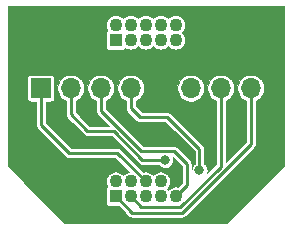
<source format=gbr>
%TF.GenerationSoftware,KiCad,Pcbnew,(5.1.8)-1*%
%TF.CreationDate,2021-09-16T00:57:33-04:00*%
%TF.ProjectId,Camera,43616d65-7261-42e6-9b69-6361645f7063,rev?*%
%TF.SameCoordinates,Original*%
%TF.FileFunction,Copper,L2,Bot*%
%TF.FilePolarity,Positive*%
%FSLAX46Y46*%
G04 Gerber Fmt 4.6, Leading zero omitted, Abs format (unit mm)*
G04 Created by KiCad (PCBNEW (5.1.8)-1) date 2021-09-16 00:57:33*
%MOMM*%
%LPD*%
G01*
G04 APERTURE LIST*
%TA.AperFunction,ComponentPad*%
%ADD10C,1.100000*%
%TD*%
%TA.AperFunction,ComponentPad*%
%ADD11R,1.100000X1.100000*%
%TD*%
%TA.AperFunction,ComponentPad*%
%ADD12O,1.700000X1.700000*%
%TD*%
%TA.AperFunction,ComponentPad*%
%ADD13R,1.700000X1.700000*%
%TD*%
%TA.AperFunction,ViaPad*%
%ADD14C,0.800000*%
%TD*%
%TA.AperFunction,Conductor*%
%ADD15C,0.250000*%
%TD*%
%TA.AperFunction,Conductor*%
%ADD16C,0.076200*%
%TD*%
%TA.AperFunction,Conductor*%
%ADD17C,0.100000*%
%TD*%
G04 APERTURE END LIST*
D10*
%TO.P,J2,10*%
%TO.N,N/C*%
X154540000Y-81915000D03*
%TO.P,J2,9*%
X154540000Y-83185000D03*
%TO.P,J2,8*%
X153270000Y-81915000D03*
%TO.P,J2,7*%
X153270000Y-83185000D03*
%TO.P,J2,6*%
X152000000Y-81915000D03*
%TO.P,J2,5*%
X152000000Y-83185000D03*
%TO.P,J2,4*%
X150730000Y-81915000D03*
%TO.P,J2,3*%
X150730000Y-83185000D03*
%TO.P,J2,2*%
X149460000Y-81915000D03*
D11*
%TO.P,J2,1*%
X149460000Y-83185000D03*
%TD*%
D10*
%TO.P,J1,10*%
%TO.N,GND*%
X154540000Y-95164920D03*
%TO.P,J1,9*%
%TO.N,/MISO*%
X154540000Y-96434920D03*
%TO.P,J1,8*%
%TO.N,N/C*%
X153270000Y-95164920D03*
%TO.P,J1,7*%
%TO.N,/MOSI*%
X153270000Y-96434920D03*
%TO.P,J1,6*%
%TO.N,/CS*%
X152000000Y-95164920D03*
%TO.P,J1,5*%
%TO.N,/SCK*%
X152000000Y-96434920D03*
%TO.P,J1,4*%
%TO.N,N/C*%
X150730000Y-95164920D03*
%TO.P,J1,3*%
%TO.N,/SDA*%
X150730000Y-96434920D03*
%TO.P,J1,2*%
%TO.N,+3V3*%
X149460000Y-95164920D03*
D11*
%TO.P,J1,1*%
%TO.N,/SCL*%
X149460000Y-96434920D03*
%TD*%
D12*
%TO.P,U1,8*%
%TO.N,/SCL*%
X160905000Y-87260000D03*
%TO.P,U1,7*%
%TO.N,/SDA*%
X158365000Y-87260000D03*
%TO.P,U1,6*%
%TO.N,+3V3*%
X155825000Y-87260000D03*
%TO.P,U1,5*%
%TO.N,GND*%
X153285000Y-87260000D03*
%TO.P,U1,4*%
%TO.N,/SCK*%
X150745000Y-87260000D03*
%TO.P,U1,3*%
%TO.N,/MISO*%
X148205000Y-87260000D03*
%TO.P,U1,2*%
%TO.N,/MOSI*%
X145665000Y-87260000D03*
D13*
%TO.P,U1,1*%
%TO.N,/CS*%
X143125000Y-87260000D03*
%TD*%
D14*
%TO.N,GND*%
X144240000Y-95150000D03*
%TO.N,/MOSI*%
X153660000Y-93335000D03*
%TO.N,/SCK*%
X156570010Y-94240010D03*
%TD*%
D15*
%TO.N,/MISO*%
X154540000Y-96434920D02*
X155480000Y-95494920D01*
X155480000Y-95494920D02*
X155480000Y-93660000D01*
X155480000Y-93660000D02*
X154430000Y-92610000D01*
X154430000Y-92610000D02*
X151640000Y-92610000D01*
X148205000Y-89175000D02*
X151640000Y-92610000D01*
X148205000Y-87260000D02*
X148205000Y-89175000D01*
%TO.N,/MOSI*%
X145665000Y-87260000D02*
X145665000Y-89495000D01*
X147080000Y-90910000D02*
X149303590Y-90910000D01*
X145665000Y-89495000D02*
X147080000Y-90910000D01*
X151728590Y-93335000D02*
X153660000Y-93335000D01*
X149303590Y-90910000D02*
X151728590Y-93335000D01*
%TO.N,/CS*%
X152000000Y-95164920D02*
X149595080Y-92760000D01*
X149595080Y-92760000D02*
X145520000Y-92760000D01*
X143125000Y-90365000D02*
X143125000Y-87260000D01*
X145520000Y-92760000D02*
X143125000Y-90365000D01*
%TO.N,/SCK*%
X150745000Y-87260000D02*
X150745000Y-88955000D01*
X150745000Y-88955000D02*
X151530000Y-89740000D01*
X151530000Y-89740000D02*
X153860000Y-89740000D01*
X156570010Y-92450010D02*
X156570010Y-94240010D01*
X153860000Y-89740000D02*
X156570010Y-92450010D01*
%TO.N,/SDA*%
X150730000Y-96434920D02*
X151655080Y-97360000D01*
X158365000Y-93904922D02*
X158365000Y-87260000D01*
X154909922Y-97360000D02*
X158365000Y-93904922D01*
X151655080Y-97360000D02*
X154909922Y-97360000D01*
%TO.N,/SCL*%
X149460000Y-96434920D02*
X150835090Y-97810010D01*
X155096323Y-97810009D02*
X160905000Y-92001332D01*
X160905000Y-92001332D02*
X160905000Y-87260000D01*
X150835090Y-97810010D02*
X155096323Y-97810009D01*
%TD*%
D16*
%TO.N,GND*%
X163682901Y-93868652D02*
X158868654Y-98682900D01*
X145131347Y-98682900D01*
X140317100Y-93868654D01*
X140317100Y-86410000D01*
X141981487Y-86410000D01*
X141981487Y-88110000D01*
X141987127Y-88167262D01*
X142003829Y-88222323D01*
X142030953Y-88273067D01*
X142067455Y-88317545D01*
X142111933Y-88354047D01*
X142162677Y-88381171D01*
X142217738Y-88397873D01*
X142275000Y-88403513D01*
X142707901Y-88403513D01*
X142707900Y-90344520D01*
X142705883Y-90365000D01*
X142707900Y-90385480D01*
X142707900Y-90385489D01*
X142713935Y-90446765D01*
X142729761Y-90498936D01*
X142737785Y-90525389D01*
X142776516Y-90597849D01*
X142778756Y-90600578D01*
X142828639Y-90661361D01*
X142844560Y-90674427D01*
X145210577Y-93040445D01*
X145223639Y-93056361D01*
X145287151Y-93108484D01*
X145359610Y-93147215D01*
X145438234Y-93171065D01*
X145499510Y-93177100D01*
X145499519Y-93177100D01*
X145519999Y-93179117D01*
X145540479Y-93177100D01*
X149422313Y-93177100D01*
X150581144Y-94335931D01*
X150484368Y-94355181D01*
X150331116Y-94418660D01*
X150193192Y-94510818D01*
X150095000Y-94609010D01*
X149996808Y-94510818D01*
X149858884Y-94418660D01*
X149705632Y-94355181D01*
X149542940Y-94322820D01*
X149377060Y-94322820D01*
X149214368Y-94355181D01*
X149061116Y-94418660D01*
X148923192Y-94510818D01*
X148805898Y-94628112D01*
X148713740Y-94766036D01*
X148650261Y-94919288D01*
X148617900Y-95081980D01*
X148617900Y-95247860D01*
X148650261Y-95410552D01*
X148713740Y-95563804D01*
X148760419Y-95633664D01*
X148746933Y-95640873D01*
X148702455Y-95677375D01*
X148665953Y-95721853D01*
X148638829Y-95772597D01*
X148622127Y-95827658D01*
X148616487Y-95884920D01*
X148616487Y-96984920D01*
X148622127Y-97042182D01*
X148638829Y-97097243D01*
X148665953Y-97147987D01*
X148702455Y-97192465D01*
X148746933Y-97228967D01*
X148797677Y-97256091D01*
X148852738Y-97272793D01*
X148910000Y-97278433D01*
X149713646Y-97278433D01*
X150525673Y-98090461D01*
X150538730Y-98106371D01*
X150554640Y-98119428D01*
X150554644Y-98119432D01*
X150602240Y-98158494D01*
X150674700Y-98197225D01*
X150708934Y-98207609D01*
X150753325Y-98221075D01*
X150814601Y-98227110D01*
X150814610Y-98227110D01*
X150835090Y-98229127D01*
X150855570Y-98227110D01*
X155075833Y-98227108D01*
X155096323Y-98229126D01*
X155178089Y-98221073D01*
X155256712Y-98197224D01*
X155329172Y-98158493D01*
X155376768Y-98119431D01*
X155392684Y-98106369D01*
X155405746Y-98090453D01*
X161185452Y-92310749D01*
X161201361Y-92297693D01*
X161214418Y-92281783D01*
X161214423Y-92281778D01*
X161253484Y-92234182D01*
X161292215Y-92161722D01*
X161294664Y-92153649D01*
X161316065Y-92083098D01*
X161322100Y-92021822D01*
X161322100Y-92021812D01*
X161324117Y-92001332D01*
X161322100Y-91980852D01*
X161322100Y-88323432D01*
X161445987Y-88272116D01*
X161633046Y-88147127D01*
X161792127Y-87988046D01*
X161917116Y-87800987D01*
X162003210Y-87593138D01*
X162047100Y-87372487D01*
X162047100Y-87147513D01*
X162003210Y-86926862D01*
X161917116Y-86719013D01*
X161792127Y-86531954D01*
X161633046Y-86372873D01*
X161445987Y-86247884D01*
X161238138Y-86161790D01*
X161017487Y-86117900D01*
X160792513Y-86117900D01*
X160571862Y-86161790D01*
X160364013Y-86247884D01*
X160176954Y-86372873D01*
X160017873Y-86531954D01*
X159892884Y-86719013D01*
X159806790Y-86926862D01*
X159762900Y-87147513D01*
X159762900Y-87372487D01*
X159806790Y-87593138D01*
X159892884Y-87800987D01*
X160017873Y-87988046D01*
X160176954Y-88147127D01*
X160364013Y-88272116D01*
X160487901Y-88323432D01*
X160487900Y-91828563D01*
X158782100Y-93534364D01*
X158782100Y-88323432D01*
X158905987Y-88272116D01*
X159093046Y-88147127D01*
X159252127Y-87988046D01*
X159377116Y-87800987D01*
X159463210Y-87593138D01*
X159507100Y-87372487D01*
X159507100Y-87147513D01*
X159463210Y-86926862D01*
X159377116Y-86719013D01*
X159252127Y-86531954D01*
X159093046Y-86372873D01*
X158905987Y-86247884D01*
X158698138Y-86161790D01*
X158477487Y-86117900D01*
X158252513Y-86117900D01*
X158031862Y-86161790D01*
X157824013Y-86247884D01*
X157636954Y-86372873D01*
X157477873Y-86531954D01*
X157352884Y-86719013D01*
X157266790Y-86926862D01*
X157222900Y-87147513D01*
X157222900Y-87372487D01*
X157266790Y-87593138D01*
X157352884Y-87800987D01*
X157477873Y-87988046D01*
X157636954Y-88147127D01*
X157824013Y-88272116D01*
X157947901Y-88323432D01*
X157947900Y-93732154D01*
X157233637Y-94446417D01*
X157235513Y-94441888D01*
X157262110Y-94308176D01*
X157262110Y-94171844D01*
X157235513Y-94038132D01*
X157183341Y-93912178D01*
X157107599Y-93798822D01*
X157011198Y-93702421D01*
X156987110Y-93686326D01*
X156987110Y-92470490D01*
X156989127Y-92450010D01*
X156987110Y-92429530D01*
X156987110Y-92429520D01*
X156981075Y-92368244D01*
X156957225Y-92289620D01*
X156942203Y-92261516D01*
X156918494Y-92217160D01*
X156879432Y-92169564D01*
X156866371Y-92153649D01*
X156850456Y-92140588D01*
X154169427Y-89459560D01*
X154156361Y-89443639D01*
X154092849Y-89391516D01*
X154020390Y-89352785D01*
X153941766Y-89328935D01*
X153880490Y-89322900D01*
X153880480Y-89322900D01*
X153860000Y-89320883D01*
X153839520Y-89322900D01*
X151702769Y-89322900D01*
X151162100Y-88782233D01*
X151162100Y-88323432D01*
X151285987Y-88272116D01*
X151473046Y-88147127D01*
X151632127Y-87988046D01*
X151757116Y-87800987D01*
X151843210Y-87593138D01*
X151887100Y-87372487D01*
X151887100Y-87147513D01*
X154682900Y-87147513D01*
X154682900Y-87372487D01*
X154726790Y-87593138D01*
X154812884Y-87800987D01*
X154937873Y-87988046D01*
X155096954Y-88147127D01*
X155284013Y-88272116D01*
X155491862Y-88358210D01*
X155712513Y-88402100D01*
X155937487Y-88402100D01*
X156158138Y-88358210D01*
X156365987Y-88272116D01*
X156553046Y-88147127D01*
X156712127Y-87988046D01*
X156837116Y-87800987D01*
X156923210Y-87593138D01*
X156967100Y-87372487D01*
X156967100Y-87147513D01*
X156923210Y-86926862D01*
X156837116Y-86719013D01*
X156712127Y-86531954D01*
X156553046Y-86372873D01*
X156365987Y-86247884D01*
X156158138Y-86161790D01*
X155937487Y-86117900D01*
X155712513Y-86117900D01*
X155491862Y-86161790D01*
X155284013Y-86247884D01*
X155096954Y-86372873D01*
X154937873Y-86531954D01*
X154812884Y-86719013D01*
X154726790Y-86926862D01*
X154682900Y-87147513D01*
X151887100Y-87147513D01*
X151843210Y-86926862D01*
X151757116Y-86719013D01*
X151632127Y-86531954D01*
X151473046Y-86372873D01*
X151285987Y-86247884D01*
X151078138Y-86161790D01*
X150857487Y-86117900D01*
X150632513Y-86117900D01*
X150411862Y-86161790D01*
X150204013Y-86247884D01*
X150016954Y-86372873D01*
X149857873Y-86531954D01*
X149732884Y-86719013D01*
X149646790Y-86926862D01*
X149602900Y-87147513D01*
X149602900Y-87372487D01*
X149646790Y-87593138D01*
X149732884Y-87800987D01*
X149857873Y-87988046D01*
X150016954Y-88147127D01*
X150204013Y-88272116D01*
X150327901Y-88323432D01*
X150327901Y-88934511D01*
X150325883Y-88955000D01*
X150333936Y-89036766D01*
X150357785Y-89115389D01*
X150396516Y-89187849D01*
X150435578Y-89235445D01*
X150448640Y-89251361D01*
X150464555Y-89264422D01*
X151220582Y-90020451D01*
X151233639Y-90036361D01*
X151249549Y-90049418D01*
X151249554Y-90049423D01*
X151297150Y-90088484D01*
X151369610Y-90127215D01*
X151448234Y-90151065D01*
X151509510Y-90157100D01*
X151509520Y-90157100D01*
X151530000Y-90159117D01*
X151550480Y-90157100D01*
X153687233Y-90157100D01*
X156152910Y-92622778D01*
X156152911Y-93686325D01*
X156128822Y-93702421D01*
X156032421Y-93798822D01*
X155956679Y-93912178D01*
X155904507Y-94038132D01*
X155897100Y-94075369D01*
X155897100Y-93680479D01*
X155899117Y-93659999D01*
X155897100Y-93639519D01*
X155897100Y-93639510D01*
X155891065Y-93578234D01*
X155867215Y-93499610D01*
X155828484Y-93427151D01*
X155776361Y-93363639D01*
X155760445Y-93350577D01*
X154739427Y-92329560D01*
X154726361Y-92313639D01*
X154662849Y-92261516D01*
X154590390Y-92222785D01*
X154511766Y-92198935D01*
X154450490Y-92192900D01*
X154450480Y-92192900D01*
X154430000Y-92190883D01*
X154409520Y-92192900D01*
X151812769Y-92192900D01*
X148622100Y-89002233D01*
X148622100Y-88323432D01*
X148745987Y-88272116D01*
X148933046Y-88147127D01*
X149092127Y-87988046D01*
X149217116Y-87800987D01*
X149303210Y-87593138D01*
X149347100Y-87372487D01*
X149347100Y-87147513D01*
X149303210Y-86926862D01*
X149217116Y-86719013D01*
X149092127Y-86531954D01*
X148933046Y-86372873D01*
X148745987Y-86247884D01*
X148538138Y-86161790D01*
X148317487Y-86117900D01*
X148092513Y-86117900D01*
X147871862Y-86161790D01*
X147664013Y-86247884D01*
X147476954Y-86372873D01*
X147317873Y-86531954D01*
X147192884Y-86719013D01*
X147106790Y-86926862D01*
X147062900Y-87147513D01*
X147062900Y-87372487D01*
X147106790Y-87593138D01*
X147192884Y-87800987D01*
X147317873Y-87988046D01*
X147476954Y-88147127D01*
X147664013Y-88272116D01*
X147787901Y-88323432D01*
X147787901Y-89154510D01*
X147785883Y-89175000D01*
X147793936Y-89256766D01*
X147817785Y-89335389D01*
X147856516Y-89407849D01*
X147875170Y-89430578D01*
X147908640Y-89471361D01*
X147924556Y-89484423D01*
X148933032Y-90492900D01*
X147252768Y-90492900D01*
X146082100Y-89322233D01*
X146082100Y-88323432D01*
X146205987Y-88272116D01*
X146393046Y-88147127D01*
X146552127Y-87988046D01*
X146677116Y-87800987D01*
X146763210Y-87593138D01*
X146807100Y-87372487D01*
X146807100Y-87147513D01*
X146763210Y-86926862D01*
X146677116Y-86719013D01*
X146552127Y-86531954D01*
X146393046Y-86372873D01*
X146205987Y-86247884D01*
X145998138Y-86161790D01*
X145777487Y-86117900D01*
X145552513Y-86117900D01*
X145331862Y-86161790D01*
X145124013Y-86247884D01*
X144936954Y-86372873D01*
X144777873Y-86531954D01*
X144652884Y-86719013D01*
X144566790Y-86926862D01*
X144522900Y-87147513D01*
X144522900Y-87372487D01*
X144566790Y-87593138D01*
X144652884Y-87800987D01*
X144777873Y-87988046D01*
X144936954Y-88147127D01*
X145124013Y-88272116D01*
X145247900Y-88323432D01*
X145247901Y-89474510D01*
X145245883Y-89495000D01*
X145253936Y-89576766D01*
X145277785Y-89655389D01*
X145316516Y-89727849D01*
X145355578Y-89775445D01*
X145368640Y-89791361D01*
X145384556Y-89804423D01*
X146770577Y-91190445D01*
X146783639Y-91206361D01*
X146799554Y-91219422D01*
X146847150Y-91258484D01*
X146919610Y-91297215D01*
X146998234Y-91321065D01*
X147059510Y-91327100D01*
X147059519Y-91327100D01*
X147079999Y-91329117D01*
X147100479Y-91327100D01*
X149130823Y-91327100D01*
X151419167Y-93615445D01*
X151432229Y-93631361D01*
X151448144Y-93644422D01*
X151495740Y-93683484D01*
X151537155Y-93705621D01*
X151568200Y-93722215D01*
X151646824Y-93746065D01*
X151708100Y-93752100D01*
X151708110Y-93752100D01*
X151728590Y-93754117D01*
X151749070Y-93752100D01*
X153106316Y-93752100D01*
X153122411Y-93776188D01*
X153218812Y-93872589D01*
X153332168Y-93948331D01*
X153458122Y-94000503D01*
X153591834Y-94027100D01*
X153728166Y-94027100D01*
X153861878Y-94000503D01*
X153987832Y-93948331D01*
X154101188Y-93872589D01*
X154197589Y-93776188D01*
X154273331Y-93662832D01*
X154325503Y-93536878D01*
X154352100Y-93403166D01*
X154352100Y-93266834D01*
X154325503Y-93133122D01*
X154298808Y-93068675D01*
X155062901Y-93832769D01*
X155062900Y-95322151D01*
X154764145Y-95620907D01*
X154622940Y-95592820D01*
X154457060Y-95592820D01*
X154294368Y-95625181D01*
X154141116Y-95688660D01*
X154003192Y-95780818D01*
X153905000Y-95879010D01*
X153825910Y-95799920D01*
X153924102Y-95701728D01*
X154016260Y-95563804D01*
X154079739Y-95410552D01*
X154112100Y-95247860D01*
X154112100Y-95081980D01*
X154079739Y-94919288D01*
X154016260Y-94766036D01*
X153924102Y-94628112D01*
X153806808Y-94510818D01*
X153668884Y-94418660D01*
X153515632Y-94355181D01*
X153352940Y-94322820D01*
X153187060Y-94322820D01*
X153024368Y-94355181D01*
X152871116Y-94418660D01*
X152733192Y-94510818D01*
X152635000Y-94609010D01*
X152536808Y-94510818D01*
X152398884Y-94418660D01*
X152245632Y-94355181D01*
X152082940Y-94322820D01*
X151917060Y-94322820D01*
X151775855Y-94350907D01*
X149904507Y-92479560D01*
X149891441Y-92463639D01*
X149827929Y-92411516D01*
X149755470Y-92372785D01*
X149676846Y-92348935D01*
X149615570Y-92342900D01*
X149615560Y-92342900D01*
X149595080Y-92340883D01*
X149574600Y-92342900D01*
X145692768Y-92342900D01*
X143542100Y-90192233D01*
X143542100Y-88403513D01*
X143975000Y-88403513D01*
X144032262Y-88397873D01*
X144087323Y-88381171D01*
X144138067Y-88354047D01*
X144182545Y-88317545D01*
X144219047Y-88273067D01*
X144246171Y-88222323D01*
X144262873Y-88167262D01*
X144268513Y-88110000D01*
X144268513Y-86410000D01*
X144262873Y-86352738D01*
X144246171Y-86297677D01*
X144219047Y-86246933D01*
X144182545Y-86202455D01*
X144138067Y-86165953D01*
X144087323Y-86138829D01*
X144032262Y-86122127D01*
X143975000Y-86116487D01*
X142275000Y-86116487D01*
X142217738Y-86122127D01*
X142162677Y-86138829D01*
X142111933Y-86165953D01*
X142067455Y-86202455D01*
X142030953Y-86246933D01*
X142003829Y-86297677D01*
X141987127Y-86352738D01*
X141981487Y-86410000D01*
X140317100Y-86410000D01*
X140317100Y-82635000D01*
X148616487Y-82635000D01*
X148616487Y-83735000D01*
X148622127Y-83792262D01*
X148638829Y-83847323D01*
X148665953Y-83898067D01*
X148702455Y-83942545D01*
X148746933Y-83979047D01*
X148797677Y-84006171D01*
X148852738Y-84022873D01*
X148910000Y-84028513D01*
X150010000Y-84028513D01*
X150067262Y-84022873D01*
X150122323Y-84006171D01*
X150173067Y-83979047D01*
X150217545Y-83942545D01*
X150254047Y-83898067D01*
X150261256Y-83884581D01*
X150331116Y-83931260D01*
X150484368Y-83994739D01*
X150647060Y-84027100D01*
X150812940Y-84027100D01*
X150975632Y-83994739D01*
X151128884Y-83931260D01*
X151266808Y-83839102D01*
X151365000Y-83740910D01*
X151463192Y-83839102D01*
X151601116Y-83931260D01*
X151754368Y-83994739D01*
X151917060Y-84027100D01*
X152082940Y-84027100D01*
X152245632Y-83994739D01*
X152398884Y-83931260D01*
X152536808Y-83839102D01*
X152635000Y-83740910D01*
X152733192Y-83839102D01*
X152871116Y-83931260D01*
X153024368Y-83994739D01*
X153187060Y-84027100D01*
X153352940Y-84027100D01*
X153515632Y-83994739D01*
X153668884Y-83931260D01*
X153806808Y-83839102D01*
X153905000Y-83740910D01*
X154003192Y-83839102D01*
X154141116Y-83931260D01*
X154294368Y-83994739D01*
X154457060Y-84027100D01*
X154622940Y-84027100D01*
X154785632Y-83994739D01*
X154938884Y-83931260D01*
X155076808Y-83839102D01*
X155194102Y-83721808D01*
X155286260Y-83583884D01*
X155349739Y-83430632D01*
X155382100Y-83267940D01*
X155382100Y-83102060D01*
X155349739Y-82939368D01*
X155286260Y-82786116D01*
X155194102Y-82648192D01*
X155095910Y-82550000D01*
X155194102Y-82451808D01*
X155286260Y-82313884D01*
X155349739Y-82160632D01*
X155382100Y-81997940D01*
X155382100Y-81832060D01*
X155349739Y-81669368D01*
X155286260Y-81516116D01*
X155194102Y-81378192D01*
X155076808Y-81260898D01*
X154938884Y-81168740D01*
X154785632Y-81105261D01*
X154622940Y-81072900D01*
X154457060Y-81072900D01*
X154294368Y-81105261D01*
X154141116Y-81168740D01*
X154003192Y-81260898D01*
X153905000Y-81359090D01*
X153806808Y-81260898D01*
X153668884Y-81168740D01*
X153515632Y-81105261D01*
X153352940Y-81072900D01*
X153187060Y-81072900D01*
X153024368Y-81105261D01*
X152871116Y-81168740D01*
X152733192Y-81260898D01*
X152635000Y-81359090D01*
X152536808Y-81260898D01*
X152398884Y-81168740D01*
X152245632Y-81105261D01*
X152082940Y-81072900D01*
X151917060Y-81072900D01*
X151754368Y-81105261D01*
X151601116Y-81168740D01*
X151463192Y-81260898D01*
X151365000Y-81359090D01*
X151266808Y-81260898D01*
X151128884Y-81168740D01*
X150975632Y-81105261D01*
X150812940Y-81072900D01*
X150647060Y-81072900D01*
X150484368Y-81105261D01*
X150331116Y-81168740D01*
X150193192Y-81260898D01*
X150095000Y-81359090D01*
X149996808Y-81260898D01*
X149858884Y-81168740D01*
X149705632Y-81105261D01*
X149542940Y-81072900D01*
X149377060Y-81072900D01*
X149214368Y-81105261D01*
X149061116Y-81168740D01*
X148923192Y-81260898D01*
X148805898Y-81378192D01*
X148713740Y-81516116D01*
X148650261Y-81669368D01*
X148617900Y-81832060D01*
X148617900Y-81997940D01*
X148650261Y-82160632D01*
X148713740Y-82313884D01*
X148760419Y-82383744D01*
X148746933Y-82390953D01*
X148702455Y-82427455D01*
X148665953Y-82471933D01*
X148638829Y-82522677D01*
X148622127Y-82577738D01*
X148616487Y-82635000D01*
X140317100Y-82635000D01*
X140317100Y-80317100D01*
X163682900Y-80317100D01*
X163682901Y-93868652D01*
%TA.AperFunction,Conductor*%
D17*
G36*
X163682901Y-93868652D02*
G01*
X158868654Y-98682900D01*
X145131347Y-98682900D01*
X140317100Y-93868654D01*
X140317100Y-86410000D01*
X141981487Y-86410000D01*
X141981487Y-88110000D01*
X141987127Y-88167262D01*
X142003829Y-88222323D01*
X142030953Y-88273067D01*
X142067455Y-88317545D01*
X142111933Y-88354047D01*
X142162677Y-88381171D01*
X142217738Y-88397873D01*
X142275000Y-88403513D01*
X142707901Y-88403513D01*
X142707900Y-90344520D01*
X142705883Y-90365000D01*
X142707900Y-90385480D01*
X142707900Y-90385489D01*
X142713935Y-90446765D01*
X142729761Y-90498936D01*
X142737785Y-90525389D01*
X142776516Y-90597849D01*
X142778756Y-90600578D01*
X142828639Y-90661361D01*
X142844560Y-90674427D01*
X145210577Y-93040445D01*
X145223639Y-93056361D01*
X145287151Y-93108484D01*
X145359610Y-93147215D01*
X145438234Y-93171065D01*
X145499510Y-93177100D01*
X145499519Y-93177100D01*
X145519999Y-93179117D01*
X145540479Y-93177100D01*
X149422313Y-93177100D01*
X150581144Y-94335931D01*
X150484368Y-94355181D01*
X150331116Y-94418660D01*
X150193192Y-94510818D01*
X150095000Y-94609010D01*
X149996808Y-94510818D01*
X149858884Y-94418660D01*
X149705632Y-94355181D01*
X149542940Y-94322820D01*
X149377060Y-94322820D01*
X149214368Y-94355181D01*
X149061116Y-94418660D01*
X148923192Y-94510818D01*
X148805898Y-94628112D01*
X148713740Y-94766036D01*
X148650261Y-94919288D01*
X148617900Y-95081980D01*
X148617900Y-95247860D01*
X148650261Y-95410552D01*
X148713740Y-95563804D01*
X148760419Y-95633664D01*
X148746933Y-95640873D01*
X148702455Y-95677375D01*
X148665953Y-95721853D01*
X148638829Y-95772597D01*
X148622127Y-95827658D01*
X148616487Y-95884920D01*
X148616487Y-96984920D01*
X148622127Y-97042182D01*
X148638829Y-97097243D01*
X148665953Y-97147987D01*
X148702455Y-97192465D01*
X148746933Y-97228967D01*
X148797677Y-97256091D01*
X148852738Y-97272793D01*
X148910000Y-97278433D01*
X149713646Y-97278433D01*
X150525673Y-98090461D01*
X150538730Y-98106371D01*
X150554640Y-98119428D01*
X150554644Y-98119432D01*
X150602240Y-98158494D01*
X150674700Y-98197225D01*
X150708934Y-98207609D01*
X150753325Y-98221075D01*
X150814601Y-98227110D01*
X150814610Y-98227110D01*
X150835090Y-98229127D01*
X150855570Y-98227110D01*
X155075833Y-98227108D01*
X155096323Y-98229126D01*
X155178089Y-98221073D01*
X155256712Y-98197224D01*
X155329172Y-98158493D01*
X155376768Y-98119431D01*
X155392684Y-98106369D01*
X155405746Y-98090453D01*
X161185452Y-92310749D01*
X161201361Y-92297693D01*
X161214418Y-92281783D01*
X161214423Y-92281778D01*
X161253484Y-92234182D01*
X161292215Y-92161722D01*
X161294664Y-92153649D01*
X161316065Y-92083098D01*
X161322100Y-92021822D01*
X161322100Y-92021812D01*
X161324117Y-92001332D01*
X161322100Y-91980852D01*
X161322100Y-88323432D01*
X161445987Y-88272116D01*
X161633046Y-88147127D01*
X161792127Y-87988046D01*
X161917116Y-87800987D01*
X162003210Y-87593138D01*
X162047100Y-87372487D01*
X162047100Y-87147513D01*
X162003210Y-86926862D01*
X161917116Y-86719013D01*
X161792127Y-86531954D01*
X161633046Y-86372873D01*
X161445987Y-86247884D01*
X161238138Y-86161790D01*
X161017487Y-86117900D01*
X160792513Y-86117900D01*
X160571862Y-86161790D01*
X160364013Y-86247884D01*
X160176954Y-86372873D01*
X160017873Y-86531954D01*
X159892884Y-86719013D01*
X159806790Y-86926862D01*
X159762900Y-87147513D01*
X159762900Y-87372487D01*
X159806790Y-87593138D01*
X159892884Y-87800987D01*
X160017873Y-87988046D01*
X160176954Y-88147127D01*
X160364013Y-88272116D01*
X160487901Y-88323432D01*
X160487900Y-91828563D01*
X158782100Y-93534364D01*
X158782100Y-88323432D01*
X158905987Y-88272116D01*
X159093046Y-88147127D01*
X159252127Y-87988046D01*
X159377116Y-87800987D01*
X159463210Y-87593138D01*
X159507100Y-87372487D01*
X159507100Y-87147513D01*
X159463210Y-86926862D01*
X159377116Y-86719013D01*
X159252127Y-86531954D01*
X159093046Y-86372873D01*
X158905987Y-86247884D01*
X158698138Y-86161790D01*
X158477487Y-86117900D01*
X158252513Y-86117900D01*
X158031862Y-86161790D01*
X157824013Y-86247884D01*
X157636954Y-86372873D01*
X157477873Y-86531954D01*
X157352884Y-86719013D01*
X157266790Y-86926862D01*
X157222900Y-87147513D01*
X157222900Y-87372487D01*
X157266790Y-87593138D01*
X157352884Y-87800987D01*
X157477873Y-87988046D01*
X157636954Y-88147127D01*
X157824013Y-88272116D01*
X157947901Y-88323432D01*
X157947900Y-93732154D01*
X157233637Y-94446417D01*
X157235513Y-94441888D01*
X157262110Y-94308176D01*
X157262110Y-94171844D01*
X157235513Y-94038132D01*
X157183341Y-93912178D01*
X157107599Y-93798822D01*
X157011198Y-93702421D01*
X156987110Y-93686326D01*
X156987110Y-92470490D01*
X156989127Y-92450010D01*
X156987110Y-92429530D01*
X156987110Y-92429520D01*
X156981075Y-92368244D01*
X156957225Y-92289620D01*
X156942203Y-92261516D01*
X156918494Y-92217160D01*
X156879432Y-92169564D01*
X156866371Y-92153649D01*
X156850456Y-92140588D01*
X154169427Y-89459560D01*
X154156361Y-89443639D01*
X154092849Y-89391516D01*
X154020390Y-89352785D01*
X153941766Y-89328935D01*
X153880490Y-89322900D01*
X153880480Y-89322900D01*
X153860000Y-89320883D01*
X153839520Y-89322900D01*
X151702769Y-89322900D01*
X151162100Y-88782233D01*
X151162100Y-88323432D01*
X151285987Y-88272116D01*
X151473046Y-88147127D01*
X151632127Y-87988046D01*
X151757116Y-87800987D01*
X151843210Y-87593138D01*
X151887100Y-87372487D01*
X151887100Y-87147513D01*
X154682900Y-87147513D01*
X154682900Y-87372487D01*
X154726790Y-87593138D01*
X154812884Y-87800987D01*
X154937873Y-87988046D01*
X155096954Y-88147127D01*
X155284013Y-88272116D01*
X155491862Y-88358210D01*
X155712513Y-88402100D01*
X155937487Y-88402100D01*
X156158138Y-88358210D01*
X156365987Y-88272116D01*
X156553046Y-88147127D01*
X156712127Y-87988046D01*
X156837116Y-87800987D01*
X156923210Y-87593138D01*
X156967100Y-87372487D01*
X156967100Y-87147513D01*
X156923210Y-86926862D01*
X156837116Y-86719013D01*
X156712127Y-86531954D01*
X156553046Y-86372873D01*
X156365987Y-86247884D01*
X156158138Y-86161790D01*
X155937487Y-86117900D01*
X155712513Y-86117900D01*
X155491862Y-86161790D01*
X155284013Y-86247884D01*
X155096954Y-86372873D01*
X154937873Y-86531954D01*
X154812884Y-86719013D01*
X154726790Y-86926862D01*
X154682900Y-87147513D01*
X151887100Y-87147513D01*
X151843210Y-86926862D01*
X151757116Y-86719013D01*
X151632127Y-86531954D01*
X151473046Y-86372873D01*
X151285987Y-86247884D01*
X151078138Y-86161790D01*
X150857487Y-86117900D01*
X150632513Y-86117900D01*
X150411862Y-86161790D01*
X150204013Y-86247884D01*
X150016954Y-86372873D01*
X149857873Y-86531954D01*
X149732884Y-86719013D01*
X149646790Y-86926862D01*
X149602900Y-87147513D01*
X149602900Y-87372487D01*
X149646790Y-87593138D01*
X149732884Y-87800987D01*
X149857873Y-87988046D01*
X150016954Y-88147127D01*
X150204013Y-88272116D01*
X150327901Y-88323432D01*
X150327901Y-88934511D01*
X150325883Y-88955000D01*
X150333936Y-89036766D01*
X150357785Y-89115389D01*
X150396516Y-89187849D01*
X150435578Y-89235445D01*
X150448640Y-89251361D01*
X150464555Y-89264422D01*
X151220582Y-90020451D01*
X151233639Y-90036361D01*
X151249549Y-90049418D01*
X151249554Y-90049423D01*
X151297150Y-90088484D01*
X151369610Y-90127215D01*
X151448234Y-90151065D01*
X151509510Y-90157100D01*
X151509520Y-90157100D01*
X151530000Y-90159117D01*
X151550480Y-90157100D01*
X153687233Y-90157100D01*
X156152910Y-92622778D01*
X156152911Y-93686325D01*
X156128822Y-93702421D01*
X156032421Y-93798822D01*
X155956679Y-93912178D01*
X155904507Y-94038132D01*
X155897100Y-94075369D01*
X155897100Y-93680479D01*
X155899117Y-93659999D01*
X155897100Y-93639519D01*
X155897100Y-93639510D01*
X155891065Y-93578234D01*
X155867215Y-93499610D01*
X155828484Y-93427151D01*
X155776361Y-93363639D01*
X155760445Y-93350577D01*
X154739427Y-92329560D01*
X154726361Y-92313639D01*
X154662849Y-92261516D01*
X154590390Y-92222785D01*
X154511766Y-92198935D01*
X154450490Y-92192900D01*
X154450480Y-92192900D01*
X154430000Y-92190883D01*
X154409520Y-92192900D01*
X151812769Y-92192900D01*
X148622100Y-89002233D01*
X148622100Y-88323432D01*
X148745987Y-88272116D01*
X148933046Y-88147127D01*
X149092127Y-87988046D01*
X149217116Y-87800987D01*
X149303210Y-87593138D01*
X149347100Y-87372487D01*
X149347100Y-87147513D01*
X149303210Y-86926862D01*
X149217116Y-86719013D01*
X149092127Y-86531954D01*
X148933046Y-86372873D01*
X148745987Y-86247884D01*
X148538138Y-86161790D01*
X148317487Y-86117900D01*
X148092513Y-86117900D01*
X147871862Y-86161790D01*
X147664013Y-86247884D01*
X147476954Y-86372873D01*
X147317873Y-86531954D01*
X147192884Y-86719013D01*
X147106790Y-86926862D01*
X147062900Y-87147513D01*
X147062900Y-87372487D01*
X147106790Y-87593138D01*
X147192884Y-87800987D01*
X147317873Y-87988046D01*
X147476954Y-88147127D01*
X147664013Y-88272116D01*
X147787901Y-88323432D01*
X147787901Y-89154510D01*
X147785883Y-89175000D01*
X147793936Y-89256766D01*
X147817785Y-89335389D01*
X147856516Y-89407849D01*
X147875170Y-89430578D01*
X147908640Y-89471361D01*
X147924556Y-89484423D01*
X148933032Y-90492900D01*
X147252768Y-90492900D01*
X146082100Y-89322233D01*
X146082100Y-88323432D01*
X146205987Y-88272116D01*
X146393046Y-88147127D01*
X146552127Y-87988046D01*
X146677116Y-87800987D01*
X146763210Y-87593138D01*
X146807100Y-87372487D01*
X146807100Y-87147513D01*
X146763210Y-86926862D01*
X146677116Y-86719013D01*
X146552127Y-86531954D01*
X146393046Y-86372873D01*
X146205987Y-86247884D01*
X145998138Y-86161790D01*
X145777487Y-86117900D01*
X145552513Y-86117900D01*
X145331862Y-86161790D01*
X145124013Y-86247884D01*
X144936954Y-86372873D01*
X144777873Y-86531954D01*
X144652884Y-86719013D01*
X144566790Y-86926862D01*
X144522900Y-87147513D01*
X144522900Y-87372487D01*
X144566790Y-87593138D01*
X144652884Y-87800987D01*
X144777873Y-87988046D01*
X144936954Y-88147127D01*
X145124013Y-88272116D01*
X145247900Y-88323432D01*
X145247901Y-89474510D01*
X145245883Y-89495000D01*
X145253936Y-89576766D01*
X145277785Y-89655389D01*
X145316516Y-89727849D01*
X145355578Y-89775445D01*
X145368640Y-89791361D01*
X145384556Y-89804423D01*
X146770577Y-91190445D01*
X146783639Y-91206361D01*
X146799554Y-91219422D01*
X146847150Y-91258484D01*
X146919610Y-91297215D01*
X146998234Y-91321065D01*
X147059510Y-91327100D01*
X147059519Y-91327100D01*
X147079999Y-91329117D01*
X147100479Y-91327100D01*
X149130823Y-91327100D01*
X151419167Y-93615445D01*
X151432229Y-93631361D01*
X151448144Y-93644422D01*
X151495740Y-93683484D01*
X151537155Y-93705621D01*
X151568200Y-93722215D01*
X151646824Y-93746065D01*
X151708100Y-93752100D01*
X151708110Y-93752100D01*
X151728590Y-93754117D01*
X151749070Y-93752100D01*
X153106316Y-93752100D01*
X153122411Y-93776188D01*
X153218812Y-93872589D01*
X153332168Y-93948331D01*
X153458122Y-94000503D01*
X153591834Y-94027100D01*
X153728166Y-94027100D01*
X153861878Y-94000503D01*
X153987832Y-93948331D01*
X154101188Y-93872589D01*
X154197589Y-93776188D01*
X154273331Y-93662832D01*
X154325503Y-93536878D01*
X154352100Y-93403166D01*
X154352100Y-93266834D01*
X154325503Y-93133122D01*
X154298808Y-93068675D01*
X155062901Y-93832769D01*
X155062900Y-95322151D01*
X154764145Y-95620907D01*
X154622940Y-95592820D01*
X154457060Y-95592820D01*
X154294368Y-95625181D01*
X154141116Y-95688660D01*
X154003192Y-95780818D01*
X153905000Y-95879010D01*
X153825910Y-95799920D01*
X153924102Y-95701728D01*
X154016260Y-95563804D01*
X154079739Y-95410552D01*
X154112100Y-95247860D01*
X154112100Y-95081980D01*
X154079739Y-94919288D01*
X154016260Y-94766036D01*
X153924102Y-94628112D01*
X153806808Y-94510818D01*
X153668884Y-94418660D01*
X153515632Y-94355181D01*
X153352940Y-94322820D01*
X153187060Y-94322820D01*
X153024368Y-94355181D01*
X152871116Y-94418660D01*
X152733192Y-94510818D01*
X152635000Y-94609010D01*
X152536808Y-94510818D01*
X152398884Y-94418660D01*
X152245632Y-94355181D01*
X152082940Y-94322820D01*
X151917060Y-94322820D01*
X151775855Y-94350907D01*
X149904507Y-92479560D01*
X149891441Y-92463639D01*
X149827929Y-92411516D01*
X149755470Y-92372785D01*
X149676846Y-92348935D01*
X149615570Y-92342900D01*
X149615560Y-92342900D01*
X149595080Y-92340883D01*
X149574600Y-92342900D01*
X145692768Y-92342900D01*
X143542100Y-90192233D01*
X143542100Y-88403513D01*
X143975000Y-88403513D01*
X144032262Y-88397873D01*
X144087323Y-88381171D01*
X144138067Y-88354047D01*
X144182545Y-88317545D01*
X144219047Y-88273067D01*
X144246171Y-88222323D01*
X144262873Y-88167262D01*
X144268513Y-88110000D01*
X144268513Y-86410000D01*
X144262873Y-86352738D01*
X144246171Y-86297677D01*
X144219047Y-86246933D01*
X144182545Y-86202455D01*
X144138067Y-86165953D01*
X144087323Y-86138829D01*
X144032262Y-86122127D01*
X143975000Y-86116487D01*
X142275000Y-86116487D01*
X142217738Y-86122127D01*
X142162677Y-86138829D01*
X142111933Y-86165953D01*
X142067455Y-86202455D01*
X142030953Y-86246933D01*
X142003829Y-86297677D01*
X141987127Y-86352738D01*
X141981487Y-86410000D01*
X140317100Y-86410000D01*
X140317100Y-82635000D01*
X148616487Y-82635000D01*
X148616487Y-83735000D01*
X148622127Y-83792262D01*
X148638829Y-83847323D01*
X148665953Y-83898067D01*
X148702455Y-83942545D01*
X148746933Y-83979047D01*
X148797677Y-84006171D01*
X148852738Y-84022873D01*
X148910000Y-84028513D01*
X150010000Y-84028513D01*
X150067262Y-84022873D01*
X150122323Y-84006171D01*
X150173067Y-83979047D01*
X150217545Y-83942545D01*
X150254047Y-83898067D01*
X150261256Y-83884581D01*
X150331116Y-83931260D01*
X150484368Y-83994739D01*
X150647060Y-84027100D01*
X150812940Y-84027100D01*
X150975632Y-83994739D01*
X151128884Y-83931260D01*
X151266808Y-83839102D01*
X151365000Y-83740910D01*
X151463192Y-83839102D01*
X151601116Y-83931260D01*
X151754368Y-83994739D01*
X151917060Y-84027100D01*
X152082940Y-84027100D01*
X152245632Y-83994739D01*
X152398884Y-83931260D01*
X152536808Y-83839102D01*
X152635000Y-83740910D01*
X152733192Y-83839102D01*
X152871116Y-83931260D01*
X153024368Y-83994739D01*
X153187060Y-84027100D01*
X153352940Y-84027100D01*
X153515632Y-83994739D01*
X153668884Y-83931260D01*
X153806808Y-83839102D01*
X153905000Y-83740910D01*
X154003192Y-83839102D01*
X154141116Y-83931260D01*
X154294368Y-83994739D01*
X154457060Y-84027100D01*
X154622940Y-84027100D01*
X154785632Y-83994739D01*
X154938884Y-83931260D01*
X155076808Y-83839102D01*
X155194102Y-83721808D01*
X155286260Y-83583884D01*
X155349739Y-83430632D01*
X155382100Y-83267940D01*
X155382100Y-83102060D01*
X155349739Y-82939368D01*
X155286260Y-82786116D01*
X155194102Y-82648192D01*
X155095910Y-82550000D01*
X155194102Y-82451808D01*
X155286260Y-82313884D01*
X155349739Y-82160632D01*
X155382100Y-81997940D01*
X155382100Y-81832060D01*
X155349739Y-81669368D01*
X155286260Y-81516116D01*
X155194102Y-81378192D01*
X155076808Y-81260898D01*
X154938884Y-81168740D01*
X154785632Y-81105261D01*
X154622940Y-81072900D01*
X154457060Y-81072900D01*
X154294368Y-81105261D01*
X154141116Y-81168740D01*
X154003192Y-81260898D01*
X153905000Y-81359090D01*
X153806808Y-81260898D01*
X153668884Y-81168740D01*
X153515632Y-81105261D01*
X153352940Y-81072900D01*
X153187060Y-81072900D01*
X153024368Y-81105261D01*
X152871116Y-81168740D01*
X152733192Y-81260898D01*
X152635000Y-81359090D01*
X152536808Y-81260898D01*
X152398884Y-81168740D01*
X152245632Y-81105261D01*
X152082940Y-81072900D01*
X151917060Y-81072900D01*
X151754368Y-81105261D01*
X151601116Y-81168740D01*
X151463192Y-81260898D01*
X151365000Y-81359090D01*
X151266808Y-81260898D01*
X151128884Y-81168740D01*
X150975632Y-81105261D01*
X150812940Y-81072900D01*
X150647060Y-81072900D01*
X150484368Y-81105261D01*
X150331116Y-81168740D01*
X150193192Y-81260898D01*
X150095000Y-81359090D01*
X149996808Y-81260898D01*
X149858884Y-81168740D01*
X149705632Y-81105261D01*
X149542940Y-81072900D01*
X149377060Y-81072900D01*
X149214368Y-81105261D01*
X149061116Y-81168740D01*
X148923192Y-81260898D01*
X148805898Y-81378192D01*
X148713740Y-81516116D01*
X148650261Y-81669368D01*
X148617900Y-81832060D01*
X148617900Y-81997940D01*
X148650261Y-82160632D01*
X148713740Y-82313884D01*
X148760419Y-82383744D01*
X148746933Y-82390953D01*
X148702455Y-82427455D01*
X148665953Y-82471933D01*
X148638829Y-82522677D01*
X148622127Y-82577738D01*
X148616487Y-82635000D01*
X140317100Y-82635000D01*
X140317100Y-80317100D01*
X163682900Y-80317100D01*
X163682901Y-93868652D01*
G37*
%TD.AperFunction*%
%TD*%
M02*

</source>
